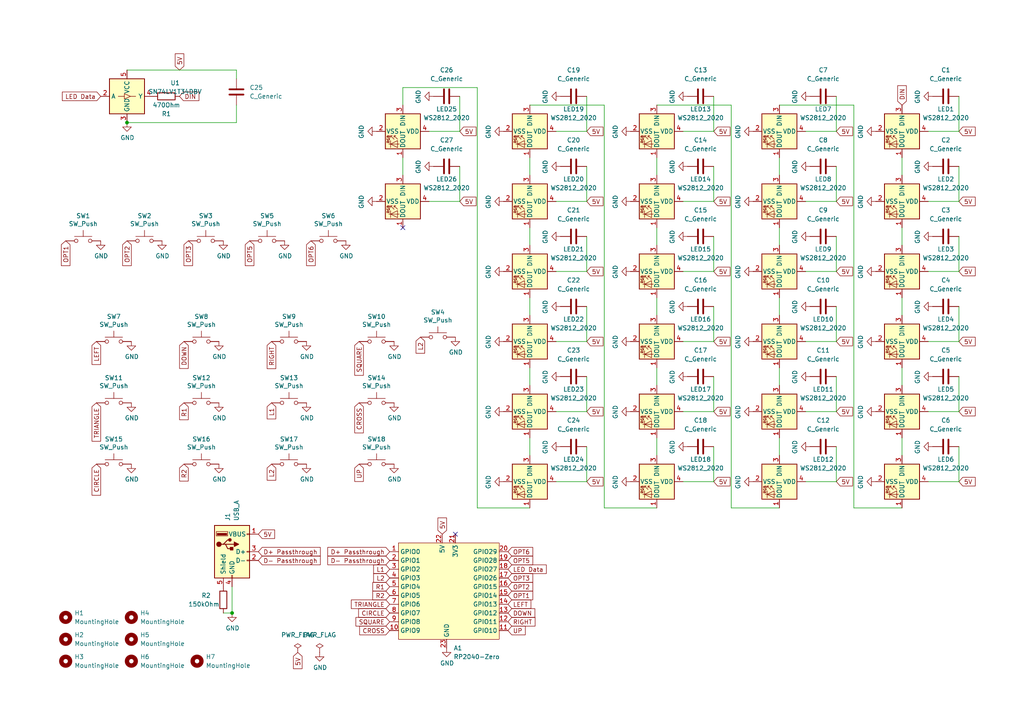
<source format=kicad_sch>
(kicad_sch (version 20230121) (generator eeschema)
  (paper "A4")
  (lib_symbols
    (symbol "Connector:USB_A" (pin_names (offset 1.016))
      (property "Reference" "J" (at -5.08 11.43 0))
      (property "Value" "USB_A" (at -5.08 8.89 0))
      (symbol "USB_A_1_1"
        (pin power_in line (at 7.62 5.08 180) (length 2.54) (name "VBUS") (number "1"))
        (pin bidirectional line (at 7.62 -2.54 180) (length 2.54) (name "D-") (number "2"))
        (pin bidirectional line (at 7.62 0 180) (length 2.54) (name "D+") (number "3"))
        (pin power_in line (at 0 -10.16 90) (length 2.54) (name "GND") (number "4"))
        (pin passive line (at -2.54 -10.16 90) (length 2.54) (name "Shield") (number "5"))
      )
    )
    (symbol "Logic_LevelTranslator:SN74LV1T34DBV"
      (property "Reference" "U" (at 5.08 6.35 0))
      (property "Value" "SN74LV1T34DBV" (at 5.08 3.81 0))
      (symbol "SN74LV1T34DBV_1_1"
        (pin no_connect line (at -5.08 2.54 0) (length 2.54) hide (name "NC") (number "1"))
        (pin input line (at -7.62 0 0) (length 2.54) (name "A") (number "2"))
        (pin power_in line (at 0 -7.62 90) (length 2.54) (name "GND") (number "3"))
        (pin output line (at 7.62 0 180) (length 2.54) (name "Y") (number "4"))
        (pin power_in line (at 0 7.62 270) (length 2.54) (name "VCC") (number "5"))
      )
    )
    (symbol "Mechanical:MountingHole" (pin_names (offset 1.016))
      (property "Reference" "H" (at 0 5.08 0))
      (property "Value" "MountingHole" (at 0 3.175 0))
    )
    (symbol "PCM_Capacitor_US_AKL:C_Generic" (pin_numbers hide) (pin_names (offset 0.254))
      (property "Reference" "C" (at 0.635 2.54 0))
      (property "Value" "C_Generic" (at 0.635 -2.54 0))
      (symbol "C_Generic_1_1"
        (pin passive line (at 0 3.81 270) (length 2.794) (name "~") (number "1"))
        (pin passive line (at 0 -3.81 90) (length 2.794) (name "~") (number "2"))
      )
    )
    (symbol "PCM_Resistor_AKL:R_0805" (pin_numbers hide) (pin_names (offset 0))
      (property "Reference" "R" (at 2.54 1.27 0))
      (property "Value" "R_0805" (at 2.54 -1.27 0))
      (symbol "R_0805_1_1"
        (pin passive line (at 0 3.81 270) (length 1.27) (name "~") (number "1"))
        (pin passive line (at 0 -3.81 90) (length 1.27) (name "~") (number "2"))
      )
    )
    (symbol "RP2040-Zero:RP2040-Zero"
      (property "Reference" "U" (at 0 1.27 0))
      (property "Value" "RP2040-Zero" (at 0 -1.27 0))
      (symbol "RP2040-Zero_1_1"
        (pin bidirectional line (at -16.51 10.16 0) (length 2.54) (name "GPIO0") (number "1"))
        (pin bidirectional line (at -16.51 -12.7 0) (length 2.54) (name "GPIO9") (number "10"))
        (pin bidirectional line (at 17.78 -12.7 180) (length 2.54) (name "GPIO10") (number "11"))
        (pin bidirectional line (at 17.78 -10.16 180) (length 2.54) (name "GPIO11") (number "12"))
        (pin bidirectional line (at 17.78 -7.62 180) (length 2.54) (name "GPIO12") (number "13"))
        (pin bidirectional line (at 17.78 -5.08 180) (length 2.54) (name "GPIO13") (number "14"))
        (pin bidirectional line (at 17.78 -2.54 180) (length 2.54) (name "GPIO14") (number "15"))
        (pin bidirectional line (at 17.78 0 180) (length 2.54) (name "GPIO15") (number "16"))
        (pin bidirectional line (at 17.78 2.54 180) (length 2.54) (name "GPIO26") (number "17"))
        (pin bidirectional line (at 17.78 5.08 180) (length 2.54) (name "GPIO27") (number "18"))
        (pin bidirectional line (at 17.78 7.62 180) (length 2.54) (name "GPIO28") (number "19"))
        (pin bidirectional line (at -16.51 7.62 0) (length 2.54) (name "GPIO1") (number "2"))
        (pin bidirectional line (at 17.78 10.16 180) (length 2.54) (name "GPIO29") (number "20"))
        (pin power_out line (at 2.54 15.24 270) (length 2.54) (name "3V3") (number "21"))
        (pin power_in line (at -1.27 15.24 270) (length 2.54) (name "5V") (number "22"))
        (pin power_in line (at 0 -17.78 90) (length 2.54) (name "GND") (number "23"))
        (pin bidirectional line (at -16.51 5.08 0) (length 2.54) (name "GPIO2") (number "3"))
        (pin bidirectional line (at -16.51 2.54 0) (length 2.54) (name "GPIO3") (number "4"))
        (pin bidirectional line (at -16.51 0 0) (length 2.54) (name "GPIO4") (number "5"))
        (pin bidirectional line (at -16.51 -2.54 0) (length 2.54) (name "GPIO5") (number "6"))
        (pin bidirectional line (at -16.51 -5.08 0) (length 2.54) (name "GPIO6") (number "7"))
        (pin bidirectional line (at -16.51 -7.62 0) (length 2.54) (name "GPIO7") (number "8"))
        (pin bidirectional line (at -16.51 -10.16 0) (length 2.54) (name "GPIO8") (number "9"))
      )
    )
    (symbol "Switch:SW_Push" (pin_numbers hide) (pin_names (offset 1.016) hide)
      (property "Reference" "SW" (at 1.27 2.54 0))
      (property "Value" "SW_Push" (at 0 -1.524 0))
      (symbol "SW_Push_0_1"
        (pin passive line (at -5.08 0 0) (length 2.54) (name "1") (number "1"))
        (pin passive line (at 5.08 0 180) (length 2.54) (name "2") (number "2"))
      )
    )
    (symbol "marbastlib-various:WS2812_2020" (pin_names (offset 0.254))
      (property "Reference" "LED" (at 5.08 5.715 0))
      (property "Value" "WS2812_2020" (at 1.27 -5.715 0))
      (symbol "WS2812_2020_0_0"
        (text "RGB" (at 2.286 -4.191 0) (effects (font (size 0.762 0.762))))
      )
      (symbol "WS2812_2020_1_1"
        (pin output line (at 7.62 0 180) (length 2.54) (name "DOUT") (number "1"))
        (pin power_in line (at 0 -7.62 90) (length 2.54) (name "VSS") (number "2"))
        (pin input line (at -7.62 0 0) (length 2.54) (name "DIN") (number "3"))
        (pin power_in line (at 0 7.62 270) (length 2.54) (name "VDD") (number "4"))
      )
    )
    (symbol "power:GND" (power) (pin_names (offset 0))
      (property "Value" "GND" (at 0 -3.81 0))
      (symbol "GND_1_1"
        (pin power_in line (at 0 0 270) (length 0) hide (name "GND") (number "1"))
      )
    )
    (symbol "power:PWR_FLAG" (power) (pin_numbers hide) (pin_names (offset 0) hide)
      (property "Value" "PWR_FLAG" (at 0 3.81 0))
      (symbol "PWR_FLAG_0_0"
        (pin power_out line (at 0 0 90) (length 0) (name "pwr") (number "1"))
      )
    )
  )
  (junction (at 36.83 35.56))
  (junction (at 67.31 177.8))
  (no_connect (at 116.84 66.04))
  (no_connect (at 132.08 154.94))
  (wire (pts (xy 278.13 88.9) (xy 278.13 99.06)))
  (wire (pts (xy 190.5 66.04) (xy 190.5 71.12)))
  (wire (pts (xy 153.67 106.68) (xy 153.67 111.76)))
  (wire (pts (xy 133.35 58.42) (xy 124.46 58.42)))
  (wire (pts (xy 207.01 129.54) (xy 207.01 139.7)))
  (wire (pts (xy 226.06 86.36) (xy 226.06 91.44)))
  (wire (pts (xy 138.43 147.32) (xy 138.43 25.4)))
  (wire (pts (xy 170.18 109.22) (xy 170.18 119.38)))
  (wire (pts (xy 261.62 66.04) (xy 261.62 71.12)))
  (wire (pts (xy 68.58 35.56) (xy 36.83 35.56)))
  (wire (pts (xy 226.06 45.72) (xy 226.06 50.8)))
  (wire (pts (xy 116.84 25.4) (xy 116.84 30.48)))
  (wire (pts (xy 190.5 127) (xy 190.5 132.08)))
  (wire (pts (xy 175.26 30.48) (xy 153.67 30.48)))
  (wire (pts (xy 226.06 127) (xy 226.06 132.08)))
  (wire (pts (xy 190.5 147.32) (xy 175.26 147.32)))
  (wire (pts (xy 133.35 27.94) (xy 133.35 38.1)))
  (wire (pts (xy 278.13 129.54) (xy 278.13 139.7)))
  (wire (pts (xy 278.13 119.38) (xy 269.24 119.38)))
  (wire (pts (xy 207.01 38.1) (xy 198.12 38.1)))
  (wire (pts (xy 212.09 147.32) (xy 212.09 30.48)))
  (wire (pts (xy 226.06 106.68) (xy 226.06 111.76)))
  (wire (pts (xy 247.65 147.32) (xy 247.65 30.48)))
  (wire (pts (xy 261.62 106.68) (xy 261.62 111.76)))
  (wire (pts (xy 207.01 58.42) (xy 198.12 58.42)))
  (wire (pts (xy 207.01 27.94) (xy 207.01 38.1)))
  (wire (pts (xy 36.83 20.32) (xy 68.58 20.32)))
  (wire (pts (xy 68.58 30.48) (xy 68.58 35.56)))
  (wire (pts (xy 242.57 139.7) (xy 233.68 139.7)))
  (wire (pts (xy 170.18 129.54) (xy 170.18 139.7)))
  (wire (pts (xy 242.57 27.94) (xy 242.57 38.1)))
  (wire (pts (xy 138.43 25.4) (xy 116.84 25.4)))
  (wire (pts (xy 170.18 27.94) (xy 170.18 38.1)))
  (wire (pts (xy 278.13 27.94) (xy 278.13 38.1)))
  (wire (pts (xy 170.18 88.9) (xy 170.18 99.06)))
  (wire (pts (xy 133.35 38.1) (xy 124.46 38.1)))
  (wire (pts (xy 190.5 86.36) (xy 190.5 91.44)))
  (wire (pts (xy 278.13 78.74) (xy 269.24 78.74)))
  (wire (pts (xy 207.01 68.58) (xy 207.01 78.74)))
  (wire (pts (xy 261.62 127) (xy 261.62 132.08)))
  (wire (pts (xy 242.57 119.38) (xy 233.68 119.38)))
  (wire (pts (xy 170.18 78.74) (xy 161.29 78.74)))
  (wire (pts (xy 175.26 147.32) (xy 175.26 30.48)))
  (wire (pts (xy 242.57 109.22) (xy 242.57 119.38)))
  (wire (pts (xy 261.62 147.32) (xy 247.65 147.32)))
  (wire (pts (xy 190.5 106.68) (xy 190.5 111.76)))
  (wire (pts (xy 261.62 86.36) (xy 261.62 91.44)))
  (wire (pts (xy 207.01 139.7) (xy 198.12 139.7)))
  (wire (pts (xy 207.01 99.06) (xy 198.12 99.06)))
  (wire (pts (xy 207.01 119.38) (xy 198.12 119.38)))
  (wire (pts (xy 170.18 58.42) (xy 161.29 58.42)))
  (wire (pts (xy 153.67 66.04) (xy 153.67 71.12)))
  (wire (pts (xy 226.06 66.04) (xy 226.06 71.12)))
  (wire (pts (xy 226.06 147.32) (xy 212.09 147.32)))
  (wire (pts (xy 278.13 139.7) (xy 269.24 139.7)))
  (wire (pts (xy 242.57 88.9) (xy 242.57 99.06)))
  (wire (pts (xy 68.58 20.32) (xy 68.58 22.86)))
  (wire (pts (xy 207.01 48.26) (xy 207.01 58.42)))
  (wire (pts (xy 153.67 86.36) (xy 153.67 91.44)))
  (wire (pts (xy 207.01 88.9) (xy 207.01 99.06)))
  (wire (pts (xy 153.67 127) (xy 153.67 132.08)))
  (wire (pts (xy 278.13 68.58) (xy 278.13 78.74)))
  (wire (pts (xy 242.57 99.06) (xy 233.68 99.06)))
  (wire (pts (xy 242.57 38.1) (xy 233.68 38.1)))
  (wire (pts (xy 170.18 99.06) (xy 161.29 99.06)))
  (wire (pts (xy 190.5 45.72) (xy 190.5 50.8)))
  (wire (pts (xy 242.57 68.58) (xy 242.57 78.74)))
  (wire (pts (xy 64.77 177.8) (xy 67.31 177.8)))
  (wire (pts (xy 116.84 45.72) (xy 116.84 50.8)))
  (wire (pts (xy 278.13 99.06) (xy 269.24 99.06)))
  (wire (pts (xy 278.13 48.26) (xy 278.13 58.42)))
  (wire (pts (xy 170.18 48.26) (xy 170.18 58.42)))
  (wire (pts (xy 261.62 45.72) (xy 261.62 50.8)))
  (wire (pts (xy 153.67 45.72) (xy 153.67 50.8)))
  (wire (pts (xy 170.18 68.58) (xy 170.18 78.74)))
  (wire (pts (xy 207.01 109.22) (xy 207.01 119.38)))
  (wire (pts (xy 170.18 119.38) (xy 161.29 119.38)))
  (wire (pts (xy 278.13 58.42) (xy 269.24 58.42)))
  (wire (pts (xy 278.13 38.1) (xy 269.24 38.1)))
  (wire (pts (xy 242.57 58.42) (xy 233.68 58.42)))
  (wire (pts (xy 207.01 78.74) (xy 198.12 78.74)))
  (wire (pts (xy 242.57 129.54) (xy 242.57 139.7)))
  (wire (pts (xy 278.13 109.22) (xy 278.13 119.38)))
  (wire (pts (xy 170.18 38.1) (xy 161.29 38.1)))
  (wire (pts (xy 242.57 48.26) (xy 242.57 58.42)))
  (wire (pts (xy 170.18 139.7) (xy 161.29 139.7)))
  (wire (pts (xy 153.67 147.32) (xy 138.43 147.32)))
  (wire (pts (xy 242.57 78.74) (xy 233.68 78.74)))
  (wire (pts (xy 212.09 30.48) (xy 190.5 30.48)))
  (wire (pts (xy 67.31 177.8) (xy 67.31 170.18)))
  (wire (pts (xy 247.65 30.48) (xy 226.06 30.48)))
  (wire (pts (xy 133.35 48.26) (xy 133.35 58.42)))
  (global_label "DIN" (shape input) (at 52.07 27.94 0) (property "Intersheetrefs" "${INTERSHEET_REFS}" (effects hide)))
  (global_label "TRIANGLE" (shape input) (at 27.94 116.84 270) (property "Intersheetrefs" "${INTERSHEET_REFS}" (effects hide)))
  (global_label "CROSS" (shape input) (at 104.14 116.84 270) (property "Intersheetrefs" "${INTERSHEET_REFS}" (effects hide)))
  (global_label "R2" (shape input) (at 53.34 134.62 270) (property "Intersheetrefs" "${INTERSHEET_REFS}" (effects hide)))
  (global_label "TRIANGLE" (shape input) (at 113.03 175.26 180) (property "Intersheetrefs" "${INTERSHEET_REFS}" (effects hide)))
  (global_label "5V" (shape input) (at 170.18 139.7 0) (property "Intersheetrefs" "${INTERSHEET_REFS}" (effects hide)))
  (global_label "5V" (shape input) (at 207.01 58.42 0) (property "Intersheetrefs" "${INTERSHEET_REFS}" (effects hide)))
  (global_label "OPT1" (shape input) (at 147.32 172.72 0) (property "Intersheetrefs" "${INTERSHEET_REFS}" (effects hide)))
  (global_label "5V" (shape input) (at 170.18 78.74 0) (property "Intersheetrefs" "${INTERSHEET_REFS}" (effects hide)))
  (global_label "5V" (shape input) (at 128.27 154.94 90) (property "Intersheetrefs" "${INTERSHEET_REFS}" (effects hide)))
  (global_label "L2" (shape input) (at 78.74 134.62 270) (property "Intersheetrefs" "${INTERSHEET_REFS}" (effects hide)))
  (global_label "D- Passthrough" (shape input) (at 113.03 162.56 180) (property "Intersheetrefs" "${INTERSHEET_REFS}" (effects hide)))
  (global_label "R1" (shape input) (at 53.34 116.84 270) (property "Intersheetrefs" "${INTERSHEET_REFS}" (effects hide)))
  (global_label "D+ Passthrough" (shape input) (at 113.03 160.02 180) (property "Intersheetrefs" "${INTERSHEET_REFS}" (effects hide)))
  (global_label "5V" (shape input) (at 207.01 78.74 0) (property "Intersheetrefs" "${INTERSHEET_REFS}" (effects hide)))
  (global_label "RIGHT" (shape input) (at 78.74 99.06 270) (property "Intersheetrefs" "${INTERSHEET_REFS}" (effects hide)))
  (global_label "5V" (shape input) (at 52.07 20.32 90) (property "Intersheetrefs" "${INTERSHEET_REFS}" (effects hide)))
  (global_label "5V" (shape input) (at 86.36 189.23 270) (property "Intersheetrefs" "${INTERSHEET_REFS}" (effects hide)))
  (global_label "SQUARE" (shape input) (at 104.14 99.06 270) (property "Intersheetrefs" "${INTERSHEET_REFS}" (effects hide)))
  (global_label "5V" (shape input) (at 170.18 38.1 0) (property "Intersheetrefs" "${INTERSHEET_REFS}" (effects hide)))
  (global_label "OPT6" (shape input) (at 90.17 69.85 270) (property "Intersheetrefs" "${INTERSHEET_REFS}" (effects hide)))
  (global_label "SQUARE" (shape input) (at 113.03 180.34 180) (property "Intersheetrefs" "${INTERSHEET_REFS}" (effects hide)))
  (global_label "OPT2" (shape input) (at 36.83 69.85 270) (property "Intersheetrefs" "${INTERSHEET_REFS}" (effects hide)))
  (global_label "UP" (shape input) (at 104.14 134.62 270) (property "Intersheetrefs" "${INTERSHEET_REFS}" (effects hide)))
  (global_label "5V" (shape input) (at 207.01 139.7 0) (property "Intersheetrefs" "${INTERSHEET_REFS}" (effects hide)))
  (global_label "RIGHT" (shape input) (at 147.32 180.34 0) (property "Intersheetrefs" "${INTERSHEET_REFS}" (effects hide)))
  (global_label "D+ Passthrough" (shape input) (at 74.93 160.02 0) (property "Intersheetrefs" "${INTERSHEET_REFS}" (effects hide)))
  (global_label "5V" (shape input) (at 170.18 58.42 0) (property "Intersheetrefs" "${INTERSHEET_REFS}" (effects hide)))
  (global_label "R1" (shape input) (at 113.03 170.18 180) (property "Intersheetrefs" "${INTERSHEET_REFS}" (effects hide)))
  (global_label "OPT3" (shape input) (at 147.32 167.64 0) (property "Intersheetrefs" "${INTERSHEET_REFS}" (effects hide)))
  (global_label "CIRCLE" (shape input) (at 113.03 177.8 180) (property "Intersheetrefs" "${INTERSHEET_REFS}" (effects hide)))
  (global_label "5V" (shape input) (at 242.57 58.42 0) (property "Intersheetrefs" "${INTERSHEET_REFS}" (effects hide)))
  (global_label "L2" (shape input) (at 113.03 167.64 180) (property "Intersheetrefs" "${INTERSHEET_REFS}" (effects hide)))
  (global_label "5V" (shape input) (at 207.01 119.38 0) (property "Intersheetrefs" "${INTERSHEET_REFS}" (effects hide)))
  (global_label "5V" (shape input) (at 242.57 99.06 0) (property "Intersheetrefs" "${INTERSHEET_REFS}" (effects hide)))
  (global_label "5V" (shape input) (at 242.57 119.38 0) (property "Intersheetrefs" "${INTERSHEET_REFS}" (effects hide)))
  (global_label "5V" (shape input) (at 207.01 99.06 0) (property "Intersheetrefs" "${INTERSHEET_REFS}" (effects hide)))
  (global_label "5V" (shape input) (at 278.13 119.38 0) (property "Intersheetrefs" "${INTERSHEET_REFS}" (effects hide)))
  (global_label "CROSS" (shape input) (at 113.03 182.88 180) (property "Intersheetrefs" "${INTERSHEET_REFS}" (effects hide)))
  (global_label "5V" (shape input) (at 278.13 99.06 0) (property "Intersheetrefs" "${INTERSHEET_REFS}" (effects hide)))
  (global_label "5V" (shape input) (at 278.13 139.7 0) (property "Intersheetrefs" "${INTERSHEET_REFS}" (effects hide)))
  (global_label "5V" (shape input) (at 170.18 119.38 0) (property "Intersheetrefs" "${INTERSHEET_REFS}" (effects hide)))
  (global_label "5V" (shape input) (at 278.13 58.42 0) (property "Intersheetrefs" "${INTERSHEET_REFS}" (effects hide)))
  (global_label "5V" (shape input) (at 170.18 99.06 0) (property "Intersheetrefs" "${INTERSHEET_REFS}" (effects hide)))
  (global_label "DOWN" (shape input) (at 53.34 99.06 270) (property "Intersheetrefs" "${INTERSHEET_REFS}" (effects hide)))
  (global_label "5V" (shape input) (at 242.57 78.74 0) (property "Intersheetrefs" "${INTERSHEET_REFS}" (effects hide)))
  (global_label "5V" (shape input) (at 278.13 78.74 0) (property "Intersheetrefs" "${INTERSHEET_REFS}" (effects hide)))
  (global_label "DIN" (shape input) (at 261.62 30.48 90) (property "Intersheetrefs" "${INTERSHEET_REFS}" (effects hide)))
  (global_label "LEFT" (shape input) (at 147.32 175.26 0) (property "Intersheetrefs" "${INTERSHEET_REFS}" (effects hide)))
  (global_label "5V" (shape input) (at 242.57 38.1 0) (property "Intersheetrefs" "${INTERSHEET_REFS}" (effects hide)))
  (global_label "OPT6" (shape input) (at 147.32 160.02 0) (property "Intersheetrefs" "${INTERSHEET_REFS}" (effects hide)))
  (global_label "DOWN" (shape input) (at 147.32 177.8 0) (property "Intersheetrefs" "${INTERSHEET_REFS}" (effects hide)))
  (global_label "LED Data" (shape input) (at 29.21 27.94 180) (property "Intersheetrefs" "${INTERSHEET_REFS}" (effects hide)))
  (global_label "5V" (shape input) (at 74.93 154.94 0) (property "Intersheetrefs" "${INTERSHEET_REFS}" (effects hide)))
  (global_label "R2" (shape input) (at 113.03 172.72 180) (property "Intersheetrefs" "${INTERSHEET_REFS}" (effects hide)))
  (global_label "LEFT" (shape input) (at 27.94 99.06 270) (property "Intersheetrefs" "${INTERSHEET_REFS}" (effects hide)))
  (global_label "UP" (shape input) (at 147.32 182.88 0) (property "Intersheetrefs" "${INTERSHEET_REFS}" (effects hide)))
  (global_label "5V" (shape input) (at 133.35 58.42 0) (property "Intersheetrefs" "${INTERSHEET_REFS}" (effects hide)))
  (global_label "5V" (shape input) (at 242.57 139.7 0) (property "Intersheetrefs" "${INTERSHEET_REFS}" (effects hide)))
  (global_label "5V" (shape input) (at 207.01 38.1 0) (property "Intersheetrefs" "${INTERSHEET_REFS}" (effects hide)))
  (global_label "OPT5" (shape input) (at 72.39 69.85 270) (property "Intersheetrefs" "${INTERSHEET_REFS}" (effects hide)))
  (global_label "L1" (shape input) (at 78.74 116.84 270) (property "Intersheetrefs" "${INTERSHEET_REFS}" (effects hide)))
  (global_label "LED Data" (shape input) (at 147.32 165.1 0) (property "Intersheetrefs" "${INTERSHEET_REFS}" (effects hide)))
  (global_label "CIRCLE" (shape input) (at 27.94 134.62 270) (property "Intersheetrefs" "${INTERSHEET_REFS}" (effects hide)))
  (global_label "L2" (shape input) (at 121.92 97.79 270) (property "Intersheetrefs" "${INTERSHEET_REFS}" (effects hide)))
  (global_label "OPT1" (shape input) (at 19.05 69.85 270) (property "Intersheetrefs" "${INTERSHEET_REFS}" (effects hide)))
  (global_label "OPT2" (shape input) (at 147.32 170.18 0) (property "Intersheetrefs" "${INTERSHEET_REFS}" (effects hide)))
  (global_label "OPT3" (shape input) (at 54.61 69.85 270) (property "Intersheetrefs" "${INTERSHEET_REFS}" (effects hide)))
  (global_label "OPT5" (shape input) (at 147.32 162.56 0) (property "Intersheetrefs" "${INTERSHEET_REFS}" (effects hide)))
  (global_label "5V" (shape input) (at 133.35 38.1 0) (property "Intersheetrefs" "${INTERSHEET_REFS}" (effects hide)))
  (global_label "L1" (shape input) (at 113.03 165.1 180) (property "Intersheetrefs" "${INTERSHEET_REFS}" (effects hide)))
  (global_label "5V" (shape input) (at 278.13 38.1 0) (property "Intersheetrefs" "${INTERSHEET_REFS}" (effects hide)))
  (global_label "D- Passthrough" (shape input) (at 74.93 162.56 0) (property "Intersheetrefs" "${INTERSHEET_REFS}" (effects hide)))
  (symbol (lib_id "Switch:SW_Push") (at 24.13 69.85 0) (unit 1)
    (property "Reference" "SW1" (at 24.13 62.611 0))
    (property "Value" "SW_Push" (at 24.13 64.9224 0))
    (property "Footprint" "Button_Switch_THT:SW_PUSH_6mm_H5mm" (effects hide))
  )
  (symbol (lib_id "Switch:SW_Push") (at 41.91 69.85 0) (unit 1)
    (property "Reference" "SW2" (at 41.91 62.611 0))
    (property "Value" "SW_Push" (at 41.91 64.9224 0))
    (property "Footprint" "Button_Switch_THT:SW_PUSH_6mm_H5mm" (effects hide))
  )
  (symbol (lib_id "Switch:SW_Push") (at 59.69 69.85 0) (unit 1)
    (property "Reference" "SW3" (at 59.69 62.611 0))
    (property "Value" "SW_Push" (at 59.69 64.9224 0))
    (property "Footprint" "Button_Switch_THT:SW_PUSH_6mm_H5mm" (effects hide))
  )
  (symbol (lib_id "Switch:SW_Push") (at 77.47 69.85 0) (unit 1)
    (property "Reference" "SW5" (at 77.47 62.611 0))
    (property "Value" "SW_Push" (at 77.47 64.9224 0))
    (property "Footprint" "Button_Switch_THT:SW_PUSH_6mm_H5mm" (effects hide))
  )
  (symbol (lib_id "Switch:SW_Push") (at 95.25 69.85 0) (unit 1)
    (property "Reference" "SW6" (at 95.25 62.611 0))
    (property "Value" "SW_Push" (at 95.25 64.9224 0))
    (property "Footprint" "Button_Switch_THT:SW_PUSH_6mm_H5mm" (effects hide))
  )
  (symbol (lib_id "power:GND") (at 29.21 69.85 0) (unit 1)
    (property "Reference" "#PWR01" (effects hide))
    (property "Value" "GND" (at 29.337 74.2442 0))
  )
  (symbol (lib_id "power:GND") (at 46.99 69.85 0) (unit 1)
    (property "Reference" "#PWR02" (effects hide))
    (property "Value" "GND" (at 47.117 74.2442 0))
  )
  (symbol (lib_id "power:GND") (at 64.77 69.85 0) (unit 1)
    (property "Reference" "#PWR03" (effects hide))
    (property "Value" "GND" (at 64.897 74.2442 0))
  )
  (symbol (lib_id "power:GND") (at 82.55 69.85 0) (unit 1)
    (property "Reference" "#PWR05" (effects hide))
    (property "Value" "GND" (at 82.677 74.2442 0))
  )
  (symbol (lib_id "power:GND") (at 100.33 69.85 0) (unit 1)
    (property "Reference" "#PWR06" (effects hide))
    (property "Value" "GND" (at 100.457 74.2442 0))
  )
  (symbol (lib_id "Switch:SW_Push") (at 33.02 99.06 0) (unit 1)
    (property "Reference" "SW7" (at 33.02 91.821 0))
    (property "Value" "SW_Push" (at 33.02 94.1324 0))
    (property "Footprint" "keyswitches.pretty-2.1:Kailh_socket_MX_optional" (effects hide))
  )
  (symbol (lib_id "Switch:SW_Push") (at 109.22 134.62 0) (unit 1)
    (property "Reference" "SW18" (at 109.22 127.381 0))
    (property "Value" "SW_Push" (at 109.22 129.6924 0))
    (property "Footprint" "keyswitches.pretty-2.1:Kailh_socket_MX_optional" (effects hide))
  )
  (symbol (lib_id "Switch:SW_Push") (at 58.42 116.84 0) (unit 1)
    (property "Reference" "SW12" (at 58.42 109.601 0))
    (property "Value" "SW_Push" (at 58.42 111.9124 0))
    (property "Footprint" "keyswitches.pretty-2.1:Kailh_socket_MX_optional" (effects hide))
  )
  (symbol (lib_id "Switch:SW_Push") (at 33.02 134.62 0) (unit 1)
    (property "Reference" "SW15" (at 33.02 127.381 0))
    (property "Value" "SW_Push" (at 33.02 129.6924 0))
    (property "Footprint" "keyswitches.pretty-2.1:Kailh_socket_MX_optional" (effects hide))
  )
  (symbol (lib_id "Switch:SW_Push") (at 58.42 99.06 0) (unit 1)
    (property "Reference" "SW8" (at 58.42 91.821 0))
    (property "Value" "SW_Push" (at 58.42 94.1324 0))
    (property "Footprint" "keyswitches.pretty-2.1:Kailh_socket_MX_optional" (effects hide))
  )
  (symbol (lib_id "Switch:SW_Push") (at 109.22 99.06 0) (unit 1)
    (property "Reference" "SW10" (at 109.22 91.821 0))
    (property "Value" "SW_Push" (at 109.22 94.1324 0))
    (property "Footprint" "keyswitches.pretty-2.1:Kailh_socket_MX_optional" (effects hide))
  )
  (symbol (lib_id "Switch:SW_Push") (at 83.82 116.84 0) (unit 1)
    (property "Reference" "SW13" (at 83.82 109.601 0))
    (property "Value" "SW_Push" (at 83.82 111.9124 0))
    (property "Footprint" "keyswitches.pretty-2.1:Kailh_socket_MX_optional" (effects hide))
  )
  (symbol (lib_id "Switch:SW_Push") (at 58.42 134.62 0) (unit 1)
    (property "Reference" "SW16" (at 58.42 127.381 0))
    (property "Value" "SW_Push" (at 58.42 129.6924 0))
    (property "Footprint" "keyswitches.pretty-2.1:Kailh_socket_MX_optional" (effects hide))
  )
  (symbol (lib_id "Switch:SW_Push") (at 83.82 99.06 0) (unit 1)
    (property "Reference" "SW9" (at 83.82 91.821 0))
    (property "Value" "SW_Push" (at 83.82 94.1324 0))
    (property "Footprint" "keyswitches.pretty-2.1:Kailh_socket_MX_optional" (effects hide))
  )
  (symbol (lib_id "Switch:SW_Push") (at 33.02 116.84 0) (unit 1)
    (property "Reference" "SW11" (at 33.02 109.601 0))
    (property "Value" "SW_Push" (at 33.02 111.9124 0))
    (property "Footprint" "keyswitches.pretty-2.1:Kailh_socket_MX_optional" (effects hide))
  )
  (symbol (lib_id "Switch:SW_Push") (at 109.22 116.84 0) (unit 1)
    (property "Reference" "SW14" (at 109.22 109.601 0))
    (property "Value" "SW_Push" (at 109.22 111.9124 0))
    (property "Footprint" "keyswitches.pretty-2.1:Kailh_socket_MX_optional" (effects hide))
  )
  (symbol (lib_id "Switch:SW_Push") (at 83.82 134.62 0) (unit 1)
    (property "Reference" "SW17" (at 83.82 127.381 0))
    (property "Value" "SW_Push" (at 83.82 129.6924 0))
    (property "Footprint" "keyswitches.pretty-2.1:Kailh_socket_MX_optional" (effects hide))
  )
  (symbol (lib_id "power:GND") (at 38.1 99.06 0) (unit 1)
    (property "Reference" "#PWR07" (effects hide))
    (property "Value" "GND" (at 38.227 103.4542 0))
  )
  (symbol (lib_id "power:GND") (at 114.3 134.62 0) (unit 1)
    (property "Reference" "#PWR018" (effects hide))
    (property "Value" "GND" (at 114.427 139.0142 0))
  )
  (symbol (lib_id "power:GND") (at 63.5 116.84 0) (unit 1)
    (property "Reference" "#PWR012" (effects hide))
    (property "Value" "GND" (at 63.627 121.2342 0))
  )
  (symbol (lib_id "power:GND") (at 38.1 134.62 0) (unit 1)
    (property "Reference" "#PWR015" (effects hide))
    (property "Value" "GND" (at 38.227 139.0142 0))
  )
  (symbol (lib_id "power:GND") (at 63.5 99.06 0) (unit 1)
    (property "Reference" "#PWR08" (effects hide))
    (property "Value" "GND" (at 63.627 103.4542 0))
  )
  (symbol (lib_id "power:GND") (at 114.3 99.06 0) (unit 1)
    (property "Reference" "#PWR010" (effects hide))
    (property "Value" "GND" (at 114.427 103.4542 0))
  )
  (symbol (lib_id "power:GND") (at 88.9 116.84 0) (unit 1)
    (property "Reference" "#PWR013" (effects hide))
    (property "Value" "GND" (at 89.027 121.2342 0))
  )
  (symbol (lib_id "power:GND") (at 63.5 134.62 0) (unit 1)
    (property "Reference" "#PWR016" (effects hide))
    (property "Value" "GND" (at 63.627 139.0142 0))
  )
  (symbol (lib_id "power:GND") (at 88.9 134.62 0) (unit 1)
    (property "Reference" "#PWR017" (effects hide))
    (property "Value" "GND" (at 89.027 139.0142 0))
  )
  (symbol (lib_id "power:GND") (at 114.3 116.84 0) (unit 1)
    (property "Reference" "#PWR014" (effects hide))
    (property "Value" "GND" (at 114.427 121.2342 0))
  )
  (symbol (lib_id "power:GND") (at 38.1 116.84 0) (unit 1)
    (property "Reference" "#PWR011" (effects hide))
    (property "Value" "GND" (at 38.227 121.2342 0))
  )
  (symbol (lib_id "power:GND") (at 88.9 99.06 0) (unit 1)
    (property "Reference" "#PWR09" (effects hide))
    (property "Value" "GND" (at 89.027 103.4542 0))
  )
  (symbol (lib_id "power:GND") (at 129.54 187.96 0) (unit 1)
    (property "Reference" "#PWR0102" (effects hide))
    (property "Value" "GND" (at 129.667 192.3542 0))
  )
  (symbol (lib_id "PCM_Capacitor_US_AKL:C_Generic") (at 238.76 88.9 270) (unit 1)
    (property "Reference" "C10" (at 238.76 81.28 90))
    (property "Value" "C_Generic" (at 238.76 83.82 90))
    (property "Footprint" "Capacitor_SMD:C_0805_2012Metric" (effects hide))
  )
  (symbol (lib_id "power:GND") (at 199.39 88.9 270) (unit 1)
    (property "Reference" "#PWR052" (effects hide))
    (property "Value" "GND" (at 194.9958 89.027 0))
  )
  (symbol (lib_id "Connector:USB_A") (at 67.31 160.02 0) (unit 1)
    (property "Reference" "J1" (at 66.04 151.13 90) (effects (justify left)))
    (property "Value" "USB_A" (at 68.58 151.13 90) (effects (justify left)))
    (property "Footprint" "Connector_USB:USB_A_CONNFLY_DS1095-WNR0" (effects hide))
    (property "Datasheet" " ~" (effects hide))
  )
  (symbol (lib_id "power:GND") (at 162.56 68.58 270) (unit 1)
    (property "Reference" "#PWR063" (effects hide))
    (property "Value" "GND" (at 158.1658 68.707 0))
  )
  (symbol (lib_id "marbastlib-various:WS2812_2020") (at 261.62 38.1 270) (unit 1)
    (property "Reference" "LED1" (at 274.32 31.6483 90))
    (property "Value" "WS2812_2020" (at 274.32 34.1883 90))
    (property "Footprint" "PCM_marbastlib-various:LED_WS2812_2020" (effects hide))
    (property "Datasheet" "https://www.world-semi.com/DownLoadFile/139" (effects hide))
  )
  (symbol (lib_id "power:GND") (at 218.44 119.38 270) (unit 1)
    (property "Reference" "#PWR039" (effects hide))
    (property "Value" "GND" (at 214.0458 119.507 0))
  )
  (symbol (lib_id "marbastlib-various:WS2812_2020") (at 153.67 139.7 270) (unit 1)
    (property "Reference" "LED24" (at 166.37 133.2483 90))
    (property "Value" "WS2812_2020" (at 166.37 135.7883 90))
    (property "Footprint" "PCM_marbastlib-various:LED_WS2812_2020" (effects hide))
    (property "Datasheet" "https://www.world-semi.com/DownLoadFile/139" (effects hide))
  )
  (symbol (lib_id "PCM_Capacitor_US_AKL:C_Generic") (at 238.76 109.22 270) (unit 1)
    (property "Reference" "C11" (at 238.76 101.6 90))
    (property "Value" "C_Generic" (at 238.76 104.14 90))
    (property "Footprint" "Capacitor_SMD:C_0805_2012Metric" (effects hide))
  )
  (symbol (lib_id "power:GND") (at 146.05 139.7 270) (unit 1)
    (property "Reference" "#PWR060" (effects hide))
    (property "Value" "GND" (at 141.6558 139.827 0))
  )
  (symbol (lib_id "marbastlib-various:WS2812_2020") (at 226.06 139.7 270) (unit 1)
    (property "Reference" "LED12" (at 238.76 133.2483 90))
    (property "Value" "WS2812_2020" (at 238.76 135.7883 90))
    (property "Footprint" "PCM_marbastlib-various:LED_WS2812_2020" (effects hide))
    (property "Datasheet" "https://www.world-semi.com/DownLoadFile/139" (effects hide))
  )
  (symbol (lib_id "marbastlib-various:WS2812_2020") (at 226.06 58.42 270) (unit 1)
    (property "Reference" "LED8" (at 238.76 51.9683 90))
    (property "Value" "WS2812_2020" (at 238.76 54.5083 90))
    (property "Footprint" "PCM_marbastlib-various:LED_WS2812_2020" (effects hide))
    (property "Datasheet" "https://www.world-semi.com/DownLoadFile/139" (effects hide))
  )
  (symbol (lib_id "PCM_Capacitor_US_AKL:C_Generic") (at 203.2 109.22 270) (unit 1)
    (property "Reference" "C17" (at 203.2 101.6 90))
    (property "Value" "C_Generic" (at 203.2 104.14 90))
    (property "Footprint" "Capacitor_SMD:C_0805_2012Metric" (effects hide))
  )
  (symbol (lib_id "PCM_Capacitor_US_AKL:C_Generic") (at 166.37 27.94 270) (unit 1)
    (property "Reference" "C19" (at 166.37 20.32 90))
    (property "Value" "C_Generic" (at 166.37 22.86 90))
    (property "Footprint" "Capacitor_SMD:C_0805_2012Metric" (effects hide))
  )
  (symbol (lib_id "power:GND") (at 92.71 189.23 0) (unit 1)
    (property "Reference" "#PWR067" (effects hide))
    (property "Value" "GND" (at 92.837 193.6242 0))
  )
  (symbol (lib_id "PCM_Capacitor_US_AKL:C_Generic") (at 166.37 129.54 270) (unit 1)
    (property "Reference" "C24" (at 166.37 121.92 90))
    (property "Value" "C_Generic" (at 166.37 124.46 90))
    (property "Footprint" "Capacitor_SMD:C_0805_2012Metric" (effects hide))
  )
  (symbol (lib_id "power:GND") (at 254 119.38 270) (unit 1)
    (property "Reference" "#PWR027" (effects hide))
    (property "Value" "GND" (at 249.6058 119.507 0))
  )
  (symbol (lib_id "power:GND") (at 199.39 27.94 270) (unit 1)
    (property "Reference" "#PWR049" (effects hide))
    (property "Value" "GND" (at 194.9958 28.067 0))
  )
  (symbol (lib_id "power:GND") (at 270.51 88.9 270) (unit 1)
    (property "Reference" "#PWR026" (effects hide))
    (property "Value" "GND" (at 266.1158 89.027 0))
  )
  (symbol (lib_id "marbastlib-various:WS2812_2020") (at 190.5 119.38 270) (unit 1)
    (property "Reference" "LED17" (at 203.2 112.9283 90))
    (property "Value" "WS2812_2020" (at 203.2 115.4683 90))
    (property "Footprint" "PCM_marbastlib-various:LED_WS2812_2020" (effects hide))
    (property "Datasheet" "https://www.world-semi.com/DownLoadFile/139" (effects hide))
  )
  (symbol (lib_id "Mechanical:MountingHole") (at 19.05 191.77 0) (unit 1)
    (property "Reference" "H3" (at 21.59 190.4999 0) (effects (justify left)))
    (property "Value" "MountingHole" (at 21.59 193.0399 0) (effects (justify left)))
    (property "Footprint" "MountingHole:MountingHole_6.4mm_M6" (effects hide))
  )
  (symbol (lib_id "power:GND") (at 234.95 88.9 270) (unit 1)
    (property "Reference" "#PWR038" (effects hide))
    (property "Value" "GND" (at 230.5558 89.027 0))
  )
  (symbol (lib_id "marbastlib-various:WS2812_2020") (at 116.84 58.42 270) (unit 1)
    (property "Reference" "LED26" (at 129.54 51.9683 90))
    (property "Value" "WS2812_2020" (at 129.54 54.5083 90))
    (property "Footprint" "PCM_marbastlib-various:LED_WS2812_2020" (effects hide))
    (property "Datasheet" "https://www.world-semi.com/DownLoadFile/139" (effects hide))
  )
  (symbol (lib_id "marbastlib-various:WS2812_2020") (at 190.5 38.1 270) (unit 1)
    (property "Reference" "LED13" (at 203.2 31.6483 90))
    (property "Value" "WS2812_2020" (at 203.2 34.1883 90))
    (property "Footprint" "PCM_marbastlib-various:LED_WS2812_2020" (effects hide))
    (property "Datasheet" "https://www.world-semi.com/DownLoadFile/139" (effects hide))
  )
  (symbol (lib_id "marbastlib-various:WS2812_2020") (at 226.06 119.38 270) (unit 1)
    (property "Reference" "LED11" (at 238.76 112.9283 90))
    (property "Value" "WS2812_2020" (at 238.76 115.4683 90))
    (property "Footprint" "PCM_marbastlib-various:LED_WS2812_2020" (effects hide))
    (property "Datasheet" "https://www.world-semi.com/DownLoadFile/139" (effects hide))
  )
  (symbol (lib_id "marbastlib-various:WS2812_2020") (at 226.06 78.74 270) (unit 1)
    (property "Reference" "LED9" (at 238.76 72.2883 90))
    (property "Value" "WS2812_2020" (at 238.76 74.8283 90))
    (property "Footprint" "PCM_marbastlib-various:LED_WS2812_2020" (effects hide))
    (property "Datasheet" "https://www.world-semi.com/DownLoadFile/139" (effects hide))
  )
  (symbol (lib_id "power:GND") (at 132.08 97.79 0) (unit 1)
    (property "Reference" "#PWR068" (effects hide))
    (property "Value" "GND" (at 132.207 102.1842 0))
  )
  (symbol (lib_id "power:GND") (at 254 58.42 270) (unit 1)
    (property "Reference" "#PWR021" (effects hide))
    (property "Value" "GND" (at 249.6058 58.547 0))
  )
  (symbol (lib_id "power:GND") (at 199.39 129.54 270) (unit 1)
    (property "Reference" "#PWR054" (effects hide))
    (property "Value" "GND" (at 194.9958 129.667 0))
  )
  (symbol (lib_id "PCM_Capacitor_US_AKL:C_Generic") (at 68.58 26.67 0) (unit 1)
    (property "Reference" "C25" (at 72.39 25.4 0) (effects (justify left)))
    (property "Value" "C_Generic" (at 72.39 27.94 0) (effects (justify left)))
    (property "Footprint" "Capacitor_SMD:C_0805_2012Metric" (effects hide))
  )
  (symbol (lib_id "power:GND") (at 182.88 139.7 270) (unit 1)
    (property "Reference" "#PWR048" (effects hide))
    (property "Value" "GND" (at 178.4858 139.827 0))
  )
  (symbol (lib_id "PCM_Capacitor_US_AKL:C_Generic") (at 203.2 68.58 270) (unit 1)
    (property "Reference" "C15" (at 203.2 60.96 90))
    (property "Value" "C_Generic" (at 203.2 63.5 90))
    (property "Footprint" "Capacitor_SMD:C_0805_2012Metric" (effects hide))
  )
  (symbol (lib_id "power:GND") (at 199.39 48.26 270) (unit 1)
    (property "Reference" "#PWR050" (effects hide))
    (property "Value" "GND" (at 194.9958 48.387 0))
  )
  (symbol (lib_id "PCM_Capacitor_US_AKL:C_Generic") (at 274.32 27.94 270) (unit 1)
    (property "Reference" "C1" (at 274.32 20.32 90))
    (property "Value" "C_Generic" (at 274.32 22.86 90))
    (property "Footprint" "Capacitor_SMD:C_0805_2012Metric" (effects hide))
  )
  (symbol (lib_id "power:GND") (at 146.05 119.38 270) (unit 1)
    (property "Reference" "#PWR059" (effects hide))
    (property "Value" "GND" (at 141.6558 119.507 0))
  )
  (symbol (lib_id "marbastlib-various:WS2812_2020") (at 226.06 38.1 270) (unit 1)
    (property "Reference" "LED7" (at 238.76 31.6483 90))
    (property "Value" "WS2812_2020" (at 238.76 34.1883 90))
    (property "Footprint" "PCM_marbastlib-various:LED_WS2812_2020" (effects hide))
    (property "Datasheet" "https://www.world-semi.com/DownLoadFile/139" (effects hide))
  )
  (symbol (lib_id "power:GND") (at 182.88 99.06 270) (unit 1)
    (property "Reference" "#PWR046" (effects hide))
    (property "Value" "GND" (at 178.4858 99.187 0))
  )
  (symbol (lib_id "power:GND") (at 270.51 109.22 270) (unit 1)
    (property "Reference" "#PWR028" (effects hide))
    (property "Value" "GND" (at 266.1158 109.347 0))
  )
  (symbol (lib_id "power:GND") (at 146.05 99.06 270) (unit 1)
    (property "Reference" "#PWR058" (effects hide))
    (property "Value" "GND" (at 141.6558 99.187 0))
  )
  (symbol (lib_id "power:GND") (at 218.44 58.42 270) (unit 1)
    (property "Reference" "#PWR033" (effects hide))
    (property "Value" "GND" (at 214.0458 58.547 0))
  )
  (symbol (lib_id "power:GND") (at 182.88 78.74 270) (unit 1)
    (property "Reference" "#PWR045" (effects hide))
    (property "Value" "GND" (at 178.4858 78.867 0))
  )
  (symbol (lib_id "Mechanical:MountingHole") (at 19.05 179.07 0) (unit 1)
    (property "Reference" "H1" (at 21.59 177.7999 0) (effects (justify left)))
    (property "Value" "MountingHole" (at 21.59 180.3399 0) (effects (justify left)))
    (property "Footprint" "MountingHole:MountingHole_6.4mm_M6" (effects hide))
  )
  (symbol (lib_id "power:GND") (at 146.05 78.74 270) (unit 1)
    (property "Reference" "#PWR057" (effects hide))
    (property "Value" "GND" (at 141.6558 78.867 0))
  )
  (symbol (lib_id "PCM_Capacitor_US_AKL:C_Generic") (at 203.2 27.94 270) (unit 1)
    (property "Reference" "C13" (at 203.2 20.32 90))
    (property "Value" "C_Generic" (at 203.2 22.86 90))
    (property "Footprint" "Capacitor_SMD:C_0805_2012Metric" (effects hide))
  )
  (symbol (lib_id "power:GND") (at 254 139.7 270) (unit 1)
    (property "Reference" "#PWR029" (effects hide))
    (property "Value" "GND" (at 249.6058 139.827 0))
  )
  (symbol (lib_id "PCM_Capacitor_US_AKL:C_Generic") (at 166.37 48.26 270) (unit 1)
    (property "Reference" "C20" (at 166.37 40.64 90))
    (property "Value" "C_Generic" (at 166.37 43.18 90))
    (property "Footprint" "Capacitor_SMD:C_0805_2012Metric" (effects hide))
  )
  (symbol (lib_id "marbastlib-various:WS2812_2020") (at 261.62 78.74 270) (unit 1)
    (property "Reference" "LED3" (at 274.32 72.2883 90))
    (property "Value" "WS2812_2020" (at 274.32 74.8283 90))
    (property "Footprint" "PCM_marbastlib-various:LED_WS2812_2020" (effects hide))
    (property "Datasheet" "https://www.world-semi.com/DownLoadFile/139" (effects hide))
  )
  (symbol (lib_id "power:GND") (at 218.44 99.06 270) (unit 1)
    (property "Reference" "#PWR037" (effects hide))
    (property "Value" "GND" (at 214.0458 99.187 0))
  )
  (symbol (lib_id "Mechanical:MountingHole") (at 57.15 191.77 0) (unit 1)
    (property "Reference" "H7" (at 59.69 190.4999 0) (effects (justify left)))
    (property "Value" "MountingHole" (at 59.69 193.0399 0) (effects (justify left)))
    (property "Footprint" "MountingHole:MountingHole_6.4mm_M6" (effects hide))
  )
  (symbol (lib_id "power:PWR_FLAG") (at 92.71 189.23 0) (unit 1)
    (property "Reference" "#FLG02" (effects hide))
    (property "Value" "PWR_FLAG" (at 92.71 184.15 0))
  )
  (symbol (lib_id "power:GND") (at 234.95 68.58 270) (unit 1)
    (property "Reference" "#PWR036" (effects hide))
    (property "Value" "GND" (at 230.5558 68.707 0))
  )
  (symbol (lib_id "marbastlib-various:WS2812_2020") (at 153.67 38.1 270) (unit 1)
    (property "Reference" "LED19" (at 166.37 31.6483 90))
    (property "Value" "WS2812_2020" (at 166.37 34.1883 90))
    (property "Footprint" "PCM_marbastlib-various:LED_WS2812_2020" (effects hide))
    (property "Datasheet" "https://www.world-semi.com/DownLoadFile/139" (effects hide))
  )
  (symbol (lib_id "power:GND") (at 125.73 48.26 270) (unit 1)
    (property "Reference" "#PWR073" (effects hide))
    (property "Value" "GND" (at 121.3358 48.387 0))
  )
  (symbol (lib_id "PCM_Capacitor_US_AKL:C_Generic") (at 166.37 68.58 270) (unit 1)
    (property "Reference" "C21" (at 166.37 60.96 90))
    (property "Value" "C_Generic" (at 166.37 63.5 90))
    (property "Footprint" "Capacitor_SMD:C_0805_2012Metric" (effects hide))
  )
  (symbol (lib_id "marbastlib-various:WS2812_2020") (at 190.5 99.06 270) (unit 1)
    (property "Reference" "LED16" (at 203.2 92.6083 90))
    (property "Value" "WS2812_2020" (at 203.2 95.1483 90))
    (property "Footprint" "PCM_marbastlib-various:LED_WS2812_2020" (effects hide))
    (property "Datasheet" "https://www.world-semi.com/DownLoadFile/139" (effects hide))
  )
  (symbol (lib_id "marbastlib-various:WS2812_2020") (at 153.67 78.74 270) (unit 1)
    (property "Reference" "LED21" (at 166.37 72.2883 90))
    (property "Value" "WS2812_2020" (at 166.37 74.8283 90))
    (property "Footprint" "PCM_marbastlib-various:LED_WS2812_2020" (effects hide))
    (property "Datasheet" "https://www.world-semi.com/DownLoadFile/139" (effects hide))
  )
  (symbol (lib_id "power:GND") (at 109.22 58.42 270) (unit 1)
    (property "Reference" "#PWR071" (effects hide))
    (property "Value" "GND" (at 104.8258 58.547 0))
  )
  (symbol (lib_id "Logic_LevelTranslator:SN74LV1T34DBV") (at 36.83 27.94 0) (unit 1)
    (property "Reference" "U1" (at 50.8 24.0539 0))
    (property "Value" "SN74LV1T34DBV" (at 50.8 26.5939 0))
    (property "Footprint" "Package_TO_SOT_SMD:SOT-23-5" (effects hide))
    (property "Datasheet" "https://www.ti.com/lit/ds/symlink/sn74lv1t34.pdf" (effects hide))
  )
  (symbol (lib_id "power:GND") (at 182.88 38.1 270) (unit 1)
    (property "Reference" "#PWR043" (effects hide))
    (property "Value" "GND" (at 178.4858 38.227 0))
  )
  (symbol (lib_id "PCM_Capacitor_US_AKL:C_Generic") (at 274.32 129.54 270) (unit 1)
    (property "Reference" "C6" (at 274.32 121.92 90))
    (property "Value" "C_Generic" (at 274.32 124.46 90))
    (property "Footprint" "Capacitor_SMD:C_0805_2012Metric" (effects hide))
  )
  (symbol (lib_id "marbastlib-various:WS2812_2020") (at 116.84 38.1 270) (unit 1)
    (property "Reference" "LED25" (at 129.54 31.6483 90))
    (property "Value" "WS2812_2020" (at 129.54 34.1883 90))
    (property "Footprint" "PCM_marbastlib-various:LED_WS2812_2020" (effects hide))
    (property "Datasheet" "https://www.world-semi.com/DownLoadFile/139" (effects hide))
  )
  (symbol (lib_id "power:GND") (at 254 78.74 270) (unit 1)
    (property "Reference" "#PWR023" (effects hide))
    (property "Value" "GND" (at 249.6058 78.867 0))
  )
  (symbol (lib_id "PCM_Capacitor_US_AKL:C_Generic") (at 166.37 109.22 270) (unit 1)
    (property "Reference" "C23" (at 166.37 101.6 90))
    (property "Value" "C_Generic" (at 166.37 104.14 90))
    (property "Footprint" "Capacitor_SMD:C_0805_2012Metric" (effects hide))
  )
  (symbol (lib_id "PCM_Capacitor_US_AKL:C_Generic") (at 203.2 129.54 270) (unit 1)
    (property "Reference" "C18" (at 203.2 121.92 90))
    (property "Value" "C_Generic" (at 203.2 124.46 90))
    (property "Footprint" "Capacitor_SMD:C_0805_2012Metric" (effects hide))
  )
  (symbol (lib_id "power:GND") (at 146.05 38.1 270) (unit 1)
    (property "Reference" "#PWR055" (effects hide))
    (property "Value" "GND" (at 141.6558 38.227 0))
  )
  (symbol (lib_id "marbastlib-various:WS2812_2020") (at 153.67 99.06 270) (unit 1)
    (property "Reference" "LED22" (at 166.37 92.6083 90))
    (property "Value" "WS2812_2020" (at 166.37 95.1483 90))
    (property "Footprint" "PCM_marbastlib-various:LED_WS2812_2020" (effects hide))
    (property "Datasheet" "https://www.world-semi.com/DownLoadFile/139" (effects hide))
  )
  (symbol (lib_id "marbastlib-various:WS2812_2020") (at 261.62 119.38 270) (unit 1)
    (property "Reference" "LED5" (at 274.32 112.9283 90))
    (property "Value" "WS2812_2020" (at 274.32 115.4683 90))
    (property "Footprint" "PCM_marbastlib-various:LED_WS2812_2020" (effects hide))
    (property "Datasheet" "https://www.world-semi.com/DownLoadFile/139" (effects hide))
  )
  (symbol (lib_id "power:GND") (at 234.95 27.94 270) (unit 1)
    (property "Reference" "#PWR032" (effects hide))
    (property "Value" "GND" (at 230.5558 28.067 0))
  )
  (symbol (lib_id "power:GND") (at 199.39 109.22 270) (unit 1)
    (property "Reference" "#PWR053" (effects hide))
    (property "Value" "GND" (at 194.9958 109.347 0))
  )
  (symbol (lib_id "power:GND") (at 182.88 58.42 270) (unit 1)
    (property "Reference" "#PWR044" (effects hide))
    (property "Value" "GND" (at 178.4858 58.547 0))
  )
  (symbol (lib_id "power:GND") (at 254 99.06 270) (unit 1)
    (property "Reference" "#PWR025" (effects hide))
    (property "Value" "GND" (at 249.6058 99.187 0))
  )
  (symbol (lib_id "power:GND") (at 218.44 38.1 270) (unit 1)
    (property "Reference" "#PWR031" (effects hide))
    (property "Value" "GND" (at 214.0458 38.227 0))
  )
  (symbol (lib_id "PCM_Capacitor_US_AKL:C_Generic") (at 129.54 27.94 270) (unit 1)
    (property "Reference" "C26" (at 129.54 20.32 90))
    (property "Value" "C_Generic" (at 129.54 22.86 90))
    (property "Footprint" "Capacitor_SMD:C_0805_2012Metric" (effects hide))
  )
  (symbol (lib_id "power:GND") (at 67.31 177.8 0) (unit 1)
    (property "Reference" "#PWR04" (effects hide))
    (property "Value" "GND" (at 67.437 182.1942 0))
  )
  (symbol (lib_id "power:GND") (at 218.44 139.7 270) (unit 1)
    (property "Reference" "#PWR041" (effects hide))
    (property "Value" "GND" (at 214.0458 139.827 0))
  )
  (symbol (lib_id "PCM_Capacitor_US_AKL:C_Generic") (at 238.76 129.54 270) (unit 1)
    (property "Reference" "C12" (at 238.76 121.92 90))
    (property "Value" "C_Generic" (at 238.76 124.46 90))
    (property "Footprint" "Capacitor_SMD:C_0805_2012Metric" (effects hide))
  )
  (symbol (lib_id "Mechanical:MountingHole") (at 38.1 179.07 0) (unit 1)
    (property "Reference" "H4" (at 40.64 177.7999 0) (effects (justify left)))
    (property "Value" "MountingHole" (at 40.64 180.3399 0) (effects (justify left)))
    (property "Footprint" "MountingHole:MountingHole_6.4mm_M6" (effects hide))
  )
  (symbol (lib_id "power:GND") (at 270.51 48.26 270) (unit 1)
    (property "Reference" "#PWR022" (effects hide))
    (property "Value" "GND" (at 266.1158 48.387 0))
  )
  (symbol (lib_id "marbastlib-various:WS2812_2020") (at 261.62 58.42 270) (unit 1)
    (property "Reference" "LED2" (at 274.32 51.9683 90))
    (property "Value" "WS2812_2020" (at 274.32 54.5083 90))
    (property "Footprint" "PCM_marbastlib-various:LED_WS2812_2020" (effects hide))
    (property "Datasheet" "https://www.world-semi.com/DownLoadFile/139" (effects hide))
  )
  (symbol (lib_id "marbastlib-various:WS2812_2020") (at 190.5 139.7 270) (unit 1)
    (property "Reference" "LED18" (at 203.2 133.2483 90))
    (property "Value" "WS2812_2020" (at 203.2 135.7883 90))
    (property "Footprint" "PCM_marbastlib-various:LED_WS2812_2020" (effects hide))
    (property "Datasheet" "https://www.world-semi.com/DownLoadFile/139" (effects hide))
  )
  (symbol (lib_id "power:GND") (at 146.05 58.42 270) (unit 1)
    (property "Reference" "#PWR056" (effects hide))
    (property "Value" "GND" (at 141.6558 58.547 0))
  )
  (symbol (lib_id "power:GND") (at 162.56 48.26 270) (unit 1)
    (property "Reference" "#PWR062" (effects hide))
    (property "Value" "GND" (at 158.1658 48.387 0))
  )
  (symbol (lib_id "marbastlib-various:WS2812_2020") (at 153.67 119.38 270) (unit 1)
    (property "Reference" "LED23" (at 166.37 112.9283 90))
    (property "Value" "WS2812_2020" (at 166.37 115.4683 90))
    (property "Footprint" "PCM_marbastlib-various:LED_WS2812_2020" (effects hide))
    (property "Datasheet" "https://www.world-semi.com/DownLoadFile/139" (effects hide))
  )
  (symbol (lib_id "power:GND") (at 254 38.1 270) (unit 1)
    (property "Reference" "#PWR019" (effects hide))
    (property "Value" "GND" (at 249.6058 38.227 0))
  )
  (symbol (lib_id "marbastlib-various:WS2812_2020") (at 153.67 58.42 270) (unit 1)
    (property "Reference" "LED20" (at 166.37 51.9683 90))
    (property "Value" "WS2812_2020" (at 166.37 54.5083 90))
    (property "Footprint" "PCM_marbastlib-various:LED_WS2812_2020" (effects hide))
    (property "Datasheet" "https://www.world-semi.com/DownLoadFile/139" (effects hide))
  )
  (symbol (lib_id "marbastlib-various:WS2812_2020") (at 261.62 99.06 270) (unit 1)
    (property "Reference" "LED4" (at 274.32 92.6083 90))
    (property "Value" "WS2812_2020" (at 274.32 95.1483 90))
    (property "Footprint" "PCM_marbastlib-various:LED_WS2812_2020" (effects hide))
    (property "Datasheet" "https://www.world-semi.com/DownLoadFile/139" (effects hide))
  )
  (symbol (lib_id "RP2040-Zero:RP2040-Zero") (at 129.54 170.18 0) (unit 1)
    (property "Reference" "A1" (at 131.5594 187.96 0) (effects (justify left)))
    (property "Value" "RP2040-Zero" (at 131.5594 190.5 0) (effects (justify left)))
    (property "Footprint" "RP2040-Zero:RP2040-Zero" (effects hide))
  )
  (symbol (lib_id "power:GND") (at 162.56 109.22 270) (unit 1)
    (property "Reference" "#PWR065" (effects hide))
    (property "Value" "GND" (at 158.1658 109.347 0))
  )
  (symbol (lib_id "PCM_Capacitor_US_AKL:C_Generic") (at 203.2 48.26 270) (unit 1)
    (property "Reference" "C14" (at 203.2 40.64 90))
    (property "Value" "C_Generic" (at 203.2 43.18 90))
    (property "Footprint" "Capacitor_SMD:C_0805_2012Metric" (effects hide))
  )
  (symbol (lib_id "PCM_Capacitor_US_AKL:C_Generic") (at 274.32 88.9 270) (unit 1)
    (property "Reference" "C4" (at 274.32 81.28 90))
    (property "Value" "C_Generic" (at 274.32 83.82 90))
    (property "Footprint" "Capacitor_SMD:C_0805_2012Metric" (effects hide))
  )
  (symbol (lib_id "power:GND") (at 162.56 88.9 270) (unit 1)
    (property "Reference" "#PWR064" (effects hide))
    (property "Value" "GND" (at 158.1658 89.027 0))
  )
  (symbol (lib_id "power:GND") (at 270.51 129.54 270) (unit 1)
    (property "Reference" "#PWR030" (effects hide))
    (property "Value" "GND" (at 266.1158 129.667 0))
  )
  (symbol (lib_id "PCM_Resistor_AKL:R_0805") (at 64.77 173.99 0) (unit 1)
    (property "Reference" "R2" (at 58.42 172.72 0) (effects (justify left)))
    (property "Value" "150kOhm" (at 54.61 175.26 0) (effects (justify left)))
    (property "Footprint" "PCM_Resistor_SMD_AKL:R_0805_2012Metric" (effects hide))
  )
  (symbol (lib_id "power:GND") (at 218.44 78.74 270) (unit 1)
    (property "Reference" "#PWR035" (effects hide))
    (property "Value" "GND" (at 214.0458 78.867 0))
  )
  (symbol (lib_id "PCM_Capacitor_US_AKL:C_Generic") (at 274.32 48.26 270) (unit 1)
    (property "Reference" "C2" (at 274.32 40.64 90))
    (property "Value" "C_Generic" (at 274.32 43.18 90))
    (property "Footprint" "Capacitor_SMD:C_0805_2012Metric" (effects hide))
  )
  (symbol (lib_id "PCM_Capacitor_US_AKL:C_Generic") (at 274.32 109.22 270) (unit 1)
    (property "Reference" "C5" (at 274.32 101.6 90))
    (property "Value" "C_Generic" (at 274.32 104.14 90))
    (property "Footprint" "Capacitor_SMD:C_0805_2012Metric" (effects hide))
  )
  (symbol (lib_id "PCM_Capacitor_US_AKL:C_Generic") (at 203.2 88.9 270) (unit 1)
    (property "Reference" "C16" (at 203.2 81.28 90))
    (property "Value" "C_Generic" (at 203.2 83.82 90))
    (property "Footprint" "Capacitor_SMD:C_0805_2012Metric" (effects hide))
  )
  (symbol (lib_id "power:GND") (at 162.56 129.54 270) (unit 1)
    (property "Reference" "#PWR066" (effects hide))
    (property "Value" "GND" (at 158.1658 129.667 0))
  )
  (symbol (lib_id "PCM_Capacitor_US_AKL:C_Generic") (at 238.76 48.26 270) (unit 1)
    (property "Reference" "C8" (at 238.76 40.64 90))
    (property "Value" "C_Generic" (at 238.76 43.18 90))
    (property "Footprint" "Capacitor_SMD:C_0805_2012Metric" (effects hide))
  )
  (symbol (lib_id "marbastlib-various:WS2812_2020") (at 190.5 58.42 270) (unit 1)
    (property "Reference" "LED14" (at 203.2 51.9683 90))
    (property "Value" "WS2812_2020" (at 203.2 54.5083 90))
    (property "Footprint" "PCM_marbastlib-various:LED_WS2812_2020" (effects hide))
    (property "Datasheet" "https://www.world-semi.com/DownLoadFile/139" (effects hide))
  )
  (symbol (lib_id "PCM_Capacitor_US_AKL:C_Generic") (at 238.76 68.58 270) (unit 1)
    (property "Reference" "C9" (at 238.76 60.96 90))
    (property "Value" "C_Generic" (at 238.76 63.5 90))
    (property "Footprint" "Capacitor_SMD:C_0805_2012Metric" (effects hide))
  )
  (symbol (lib_id "marbastlib-various:WS2812_2020") (at 226.06 99.06 270) (unit 1)
    (property "Reference" "LED10" (at 238.76 92.6083 90))
    (property "Value" "WS2812_2020" (at 238.76 95.1483 90))
    (property "Footprint" "PCM_marbastlib-various:LED_WS2812_2020" (effects hide))
    (property "Datasheet" "https://www.world-semi.com/DownLoadFile/139" (effects hide))
  )
  (symbol (lib_id "power:GND") (at 182.88 119.38 270) (unit 1)
    (property "Reference" "#PWR047" (effects hide))
    (property "Value" "GND" (at 178.4858 119.507 0))
  )
  (symbol (lib_id "PCM_Capacitor_US_AKL:C_Generic") (at 129.54 48.26 270) (unit 1)
    (property "Reference" "C27" (at 129.54 40.64 90))
    (property "Value" "C_Generic" (at 129.54 43.18 90))
    (property "Footprint" "Capacitor_SMD:C_0805_2012Metric" (effects hide))
  )
  (symbol (lib_id "marbastlib-various:WS2812_2020") (at 190.5 78.74 270) (unit 1)
    (property "Reference" "LED15" (at 203.2 72.2883 90))
    (property "Value" "WS2812_2020" (at 203.2 74.8283 90))
    (property "Footprint" "PCM_marbastlib-various:LED_WS2812_2020" (effects hide))
    (property "Datasheet" "https://www.world-semi.com/DownLoadFile/139" (effects hide))
  )
  (symbol (lib_id "PCM_Capacitor_US_AKL:C_Generic") (at 274.32 68.58 270) (unit 1)
    (property "Reference" "C3" (at 274.32 60.96 90))
    (property "Value" "C_Generic" (at 274.32 63.5 90))
    (property "Footprint" "Capacitor_SMD:C_0805_2012Metric" (effects hide))
  )
  (symbol (lib_id "Mechanical:MountingHole") (at 38.1 185.42 0) (unit 1)
    (property "Reference" "H5" (at 40.64 184.1499 0) (effects (justify left)))
    (property "Value" "MountingHole" (at 40.64 186.6899 0) (effects (justify left)))
    (property "Footprint" "MountingHole:MountingHole_6.4mm_M6" (effects hide))
  )
  (symbol (lib_id "power:GND") (at 234.95 48.26 270) (unit 1)
    (property "Reference" "#PWR034" (effects hide))
    (property "Value" "GND" (at 230.5558 48.387 0))
  )
  (symbol (lib_id "marbastlib-various:WS2812_2020") (at 261.62 139.7 270) (unit 1)
    (property "Reference" "LED6" (at 274.32 133.2483 90))
    (property "Value" "WS2812_2020" (at 274.32 135.7883 90))
    (property "Footprint" "PCM_marbastlib-various:LED_WS2812_2020" (effects hide))
    (property "Datasheet" "https://www.world-semi.com/DownLoadFile/139" (effects hide))
  )
  (symbol (lib_id "power:GND") (at 109.22 38.1 270) (unit 1)
    (property "Reference" "#PWR070" (effects hide))
    (property "Value" "GND" (at 104.8258 38.227 0))
  )
  (symbol (lib_id "power:GND") (at 125.73 27.94 270) (unit 1)
    (property "Reference" "#PWR072" (effects hide))
    (property "Value" "GND" (at 121.3358 28.067 0))
  )
  (symbol (lib_id "power:GND") (at 270.51 68.58 270) (unit 1)
    (property "Reference" "#PWR024" (effects hide))
    (property "Value" "GND" (at 266.1158 68.707 0))
  )
  (symbol (lib_id "PCM_Capacitor_US_AKL:C_Generic") (at 166.37 88.9 270) (unit 1)
    (property "Reference" "C22" (at 166.37 81.28 90))
    (property "Value" "C_Generic" (at 166.37 83.82 90))
    (property "Footprint" "Capacitor_SMD:C_0805_2012Metric" (effects hide))
  )
  (symbol (lib_id "power:GND") (at 36.83 35.56 0) (unit 1)
    (property "Reference" "#PWR069" (effects hide))
    (property "Value" "GND" (at 36.957 39.9542 0))
  )
  (symbol (lib_id "power:GND") (at 199.39 68.58 270) (unit 1)
    (property "Reference" "#PWR051" (effects hide))
    (property "Value" "GND" (at 194.9958 68.707 0))
  )
  (symbol (lib_id "power:PWR_FLAG") (at 86.36 189.23 0) (unit 1)
    (property "Reference" "#FLG01" (effects hide))
    (property "Value" "PWR_FLAG" (at 86.36 184.15 0))
  )
  (symbol (lib_id "PCM_Resistor_AKL:R_0805") (at 48.26 27.94 270) (unit 1)
    (property "Reference" "R1" (at 48.26 33.02 90))
    (property "Value" "470Ohm" (at 48.26 30.48 90))
    (property "Footprint" "PCM_Resistor_SMD_AKL:R_0805_2012Metric" (effects hide))
  )
  (symbol (lib_id "power:GND") (at 270.51 27.94 270) (unit 1)
    (property "Reference" "#PWR020" (effects hide))
    (property "Value" "GND" (at 266.1158 28.067 0))
  )
  (symbol (lib_id "Mechanical:MountingHole") (at 38.1 191.77 0) (unit 1)
    (property "Reference" "H6" (at 40.64 190.4999 0) (effects (justify left)))
    (property "Value" "MountingHole" (at 40.64 193.0399 0) (effects (justify left)))
    (property "Footprint" "MountingHole:MountingHole_6.4mm_M6" (effects hide))
  )
  (symbol (lib_id "Mechanical:MountingHole") (at 19.05 185.42 0) (unit 1)
    (property "Reference" "H2" (at 21.59 184.1499 0) (effects (justify left)))
    (property "Value" "MountingHole" (at 21.59 186.6899 0) (effects (justify left)))
    (property "Footprint" "MountingHole:MountingHole_6.4mm_M6" (effects hide))
  )
  (symbol (lib_id "power:GND") (at 234.95 109.22 270) (unit 1)
    (property "Reference" "#PWR040" (effects hide))
    (property "Value" "GND" (at 230.5558 109.347 0))
  )
  (symbol (lib_id "PCM_Capacitor_US_AKL:C_Generic") (at 238.76 27.94 270) (unit 1)
    (property "Reference" "C7" (at 238.76 20.32 90))
    (property "Value" "C_Generic" (at 238.76 22.86 90))
    (property "Footprint" "Capacitor_SMD:C_0805_2012Metric" (effects hide))
  )
  (symbol (lib_id "power:GND") (at 234.95 129.54 270) (unit 1)
    (property "Reference" "#PWR042" (effects hide))
    (property "Value" "GND" (at 230.5558 129.667 0))
  )
  (symbol (lib_id "Switch:SW_Push") (at 127 97.79 0) (unit 1)
    (property "Reference" "SW4" (at 127 90.551 0))
    (property "Value" "SW_Push" (at 127 92.8624 0))
    (property "Footprint" "keyswitches.pretty-2.1:Kailh_socket_MX_optional" (effects hide))
  )
  (symbol (lib_id "power:GND") (at 162.56 27.94 270) (unit 1)
    (property "Reference" "#PWR061" (effects hide))
    (property "Value" "GND" (at 158.1658 28.067 0))
  )
)
</source>
